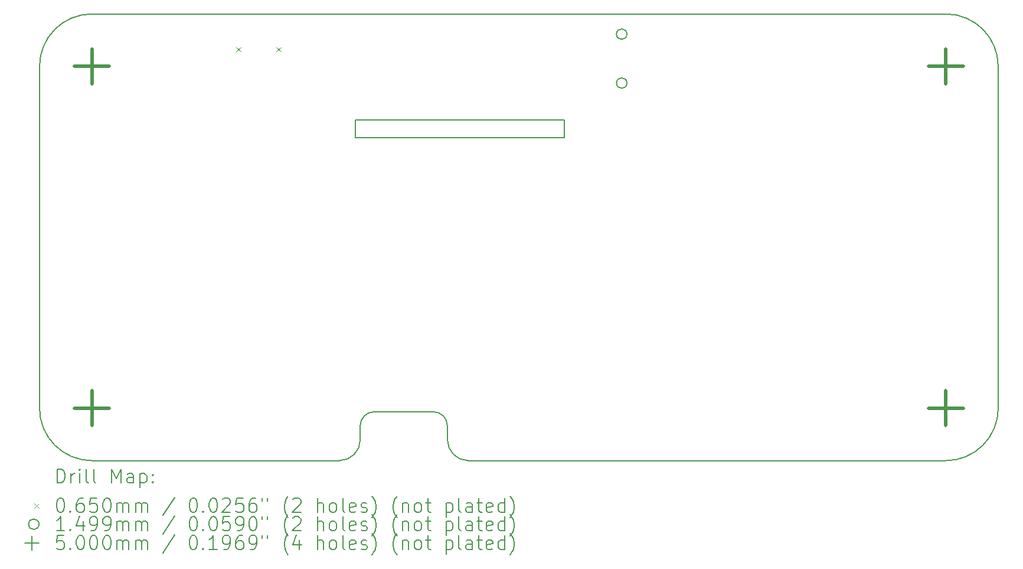
<source format=gbr>
%TF.GenerationSoftware,KiCad,Pcbnew,7.0.9*%
%TF.CreationDate,2024-02-19T16:20:53+08:00*%
%TF.ProjectId,Teeny_girl,5465656e-795f-4676-9972-6c2e6b696361,rev?*%
%TF.SameCoordinates,Original*%
%TF.FileFunction,Drillmap*%
%TF.FilePolarity,Positive*%
%FSLAX45Y45*%
G04 Gerber Fmt 4.5, Leading zero omitted, Abs format (unit mm)*
G04 Created by KiCad (PCBNEW 7.0.9) date 2024-02-19 16:20:53*
%MOMM*%
%LPD*%
G01*
G04 APERTURE LIST*
%ADD10C,0.150000*%
%ADD11C,0.200000*%
%ADD12C,0.100000*%
%ADD13C,0.149860*%
%ADD14C,0.500000*%
G04 APERTURE END LIST*
D10*
X11654500Y-10364190D02*
X11704500Y-10364190D01*
X11704500Y-10364190D02*
G75*
G03*
X12004500Y-10064190I0J300000D01*
G01*
X13254500Y-9864190D02*
G75*
G03*
X13054500Y-9664190I-200000J0D01*
G01*
X7404500Y-4714190D02*
X7404500Y-9614190D01*
X21154500Y-4714190D02*
G75*
G03*
X20404500Y-3964190I-750000J0D01*
G01*
X12004500Y-10064190D02*
X12004500Y-9864190D01*
X8154500Y-3964190D02*
X20404500Y-3964190D01*
X13254500Y-9864190D02*
X13254500Y-10064190D01*
X12204500Y-9664190D02*
X13054500Y-9664190D01*
X8154500Y-3964190D02*
G75*
G03*
X7404500Y-4714190I0J-750000D01*
G01*
X13254500Y-10064190D02*
G75*
G03*
X13554500Y-10364190I300000J0D01*
G01*
X20404500Y-10364190D02*
X13654500Y-10364190D01*
X8154500Y-10364190D02*
X11654500Y-10364190D01*
X12204500Y-9664190D02*
G75*
G03*
X12004500Y-9864190I0J-200000D01*
G01*
X21154500Y-4714190D02*
X21154500Y-9614190D01*
X13654500Y-10364190D02*
X13554500Y-10364190D01*
X7404500Y-9614190D02*
G75*
G03*
X8154500Y-10364190I750000J0D01*
G01*
X20404500Y-10364190D02*
G75*
G03*
X21154500Y-9614190I0J750000D01*
G01*
X14934500Y-5734190D02*
X11934500Y-5734190D01*
X11934500Y-5484190D01*
X14934500Y-5484190D01*
X14934500Y-5734190D01*
D11*
D12*
X10225000Y-4439190D02*
X10290000Y-4504190D01*
X10290000Y-4439190D02*
X10225000Y-4504190D01*
X10803000Y-4439190D02*
X10868000Y-4504190D01*
X10868000Y-4439190D02*
X10803000Y-4504190D01*
D13*
X15829430Y-4253510D02*
G75*
G03*
X15829430Y-4253510I-74930J0D01*
G01*
X15829430Y-4954550D02*
G75*
G03*
X15829430Y-4954550I-74930J0D01*
G01*
D14*
X8154500Y-4464190D02*
X8154500Y-4964190D01*
X7904500Y-4714190D02*
X8404500Y-4714190D01*
X8154500Y-9364190D02*
X8154500Y-9864190D01*
X7904500Y-9614190D02*
X8404500Y-9614190D01*
X20404500Y-4464190D02*
X20404500Y-4964190D01*
X20154500Y-4714190D02*
X20654500Y-4714190D01*
X20404500Y-9364190D02*
X20404500Y-9864190D01*
X20154500Y-9614190D02*
X20654500Y-9614190D01*
D11*
X7657777Y-10683174D02*
X7657777Y-10483174D01*
X7657777Y-10483174D02*
X7705396Y-10483174D01*
X7705396Y-10483174D02*
X7733967Y-10492698D01*
X7733967Y-10492698D02*
X7753015Y-10511745D01*
X7753015Y-10511745D02*
X7762539Y-10530793D01*
X7762539Y-10530793D02*
X7772062Y-10568888D01*
X7772062Y-10568888D02*
X7772062Y-10597460D01*
X7772062Y-10597460D02*
X7762539Y-10635555D01*
X7762539Y-10635555D02*
X7753015Y-10654602D01*
X7753015Y-10654602D02*
X7733967Y-10673650D01*
X7733967Y-10673650D02*
X7705396Y-10683174D01*
X7705396Y-10683174D02*
X7657777Y-10683174D01*
X7857777Y-10683174D02*
X7857777Y-10549840D01*
X7857777Y-10587936D02*
X7867301Y-10568888D01*
X7867301Y-10568888D02*
X7876824Y-10559364D01*
X7876824Y-10559364D02*
X7895872Y-10549840D01*
X7895872Y-10549840D02*
X7914920Y-10549840D01*
X7981586Y-10683174D02*
X7981586Y-10549840D01*
X7981586Y-10483174D02*
X7972062Y-10492698D01*
X7972062Y-10492698D02*
X7981586Y-10502221D01*
X7981586Y-10502221D02*
X7991110Y-10492698D01*
X7991110Y-10492698D02*
X7981586Y-10483174D01*
X7981586Y-10483174D02*
X7981586Y-10502221D01*
X8105396Y-10683174D02*
X8086348Y-10673650D01*
X8086348Y-10673650D02*
X8076824Y-10654602D01*
X8076824Y-10654602D02*
X8076824Y-10483174D01*
X8210158Y-10683174D02*
X8191110Y-10673650D01*
X8191110Y-10673650D02*
X8181586Y-10654602D01*
X8181586Y-10654602D02*
X8181586Y-10483174D01*
X8438729Y-10683174D02*
X8438729Y-10483174D01*
X8438729Y-10483174D02*
X8505396Y-10626031D01*
X8505396Y-10626031D02*
X8572063Y-10483174D01*
X8572063Y-10483174D02*
X8572063Y-10683174D01*
X8753015Y-10683174D02*
X8753015Y-10578412D01*
X8753015Y-10578412D02*
X8743491Y-10559364D01*
X8743491Y-10559364D02*
X8724444Y-10549840D01*
X8724444Y-10549840D02*
X8686348Y-10549840D01*
X8686348Y-10549840D02*
X8667301Y-10559364D01*
X8753015Y-10673650D02*
X8733967Y-10683174D01*
X8733967Y-10683174D02*
X8686348Y-10683174D01*
X8686348Y-10683174D02*
X8667301Y-10673650D01*
X8667301Y-10673650D02*
X8657777Y-10654602D01*
X8657777Y-10654602D02*
X8657777Y-10635555D01*
X8657777Y-10635555D02*
X8667301Y-10616507D01*
X8667301Y-10616507D02*
X8686348Y-10606983D01*
X8686348Y-10606983D02*
X8733967Y-10606983D01*
X8733967Y-10606983D02*
X8753015Y-10597460D01*
X8848253Y-10549840D02*
X8848253Y-10749840D01*
X8848253Y-10559364D02*
X8867301Y-10549840D01*
X8867301Y-10549840D02*
X8905396Y-10549840D01*
X8905396Y-10549840D02*
X8924444Y-10559364D01*
X8924444Y-10559364D02*
X8933967Y-10568888D01*
X8933967Y-10568888D02*
X8943491Y-10587936D01*
X8943491Y-10587936D02*
X8943491Y-10645079D01*
X8943491Y-10645079D02*
X8933967Y-10664126D01*
X8933967Y-10664126D02*
X8924444Y-10673650D01*
X8924444Y-10673650D02*
X8905396Y-10683174D01*
X8905396Y-10683174D02*
X8867301Y-10683174D01*
X8867301Y-10683174D02*
X8848253Y-10673650D01*
X9029205Y-10664126D02*
X9038729Y-10673650D01*
X9038729Y-10673650D02*
X9029205Y-10683174D01*
X9029205Y-10683174D02*
X9019682Y-10673650D01*
X9019682Y-10673650D02*
X9029205Y-10664126D01*
X9029205Y-10664126D02*
X9029205Y-10683174D01*
X9029205Y-10559364D02*
X9038729Y-10568888D01*
X9038729Y-10568888D02*
X9029205Y-10578412D01*
X9029205Y-10578412D02*
X9019682Y-10568888D01*
X9019682Y-10568888D02*
X9029205Y-10559364D01*
X9029205Y-10559364D02*
X9029205Y-10578412D01*
D12*
X7332000Y-10979190D02*
X7397000Y-11044190D01*
X7397000Y-10979190D02*
X7332000Y-11044190D01*
D11*
X7695872Y-10903174D02*
X7714920Y-10903174D01*
X7714920Y-10903174D02*
X7733967Y-10912698D01*
X7733967Y-10912698D02*
X7743491Y-10922221D01*
X7743491Y-10922221D02*
X7753015Y-10941269D01*
X7753015Y-10941269D02*
X7762539Y-10979364D01*
X7762539Y-10979364D02*
X7762539Y-11026983D01*
X7762539Y-11026983D02*
X7753015Y-11065079D01*
X7753015Y-11065079D02*
X7743491Y-11084126D01*
X7743491Y-11084126D02*
X7733967Y-11093650D01*
X7733967Y-11093650D02*
X7714920Y-11103174D01*
X7714920Y-11103174D02*
X7695872Y-11103174D01*
X7695872Y-11103174D02*
X7676824Y-11093650D01*
X7676824Y-11093650D02*
X7667301Y-11084126D01*
X7667301Y-11084126D02*
X7657777Y-11065079D01*
X7657777Y-11065079D02*
X7648253Y-11026983D01*
X7648253Y-11026983D02*
X7648253Y-10979364D01*
X7648253Y-10979364D02*
X7657777Y-10941269D01*
X7657777Y-10941269D02*
X7667301Y-10922221D01*
X7667301Y-10922221D02*
X7676824Y-10912698D01*
X7676824Y-10912698D02*
X7695872Y-10903174D01*
X7848253Y-11084126D02*
X7857777Y-11093650D01*
X7857777Y-11093650D02*
X7848253Y-11103174D01*
X7848253Y-11103174D02*
X7838729Y-11093650D01*
X7838729Y-11093650D02*
X7848253Y-11084126D01*
X7848253Y-11084126D02*
X7848253Y-11103174D01*
X8029205Y-10903174D02*
X7991110Y-10903174D01*
X7991110Y-10903174D02*
X7972062Y-10912698D01*
X7972062Y-10912698D02*
X7962539Y-10922221D01*
X7962539Y-10922221D02*
X7943491Y-10950793D01*
X7943491Y-10950793D02*
X7933967Y-10988888D01*
X7933967Y-10988888D02*
X7933967Y-11065079D01*
X7933967Y-11065079D02*
X7943491Y-11084126D01*
X7943491Y-11084126D02*
X7953015Y-11093650D01*
X7953015Y-11093650D02*
X7972062Y-11103174D01*
X7972062Y-11103174D02*
X8010158Y-11103174D01*
X8010158Y-11103174D02*
X8029205Y-11093650D01*
X8029205Y-11093650D02*
X8038729Y-11084126D01*
X8038729Y-11084126D02*
X8048253Y-11065079D01*
X8048253Y-11065079D02*
X8048253Y-11017460D01*
X8048253Y-11017460D02*
X8038729Y-10998412D01*
X8038729Y-10998412D02*
X8029205Y-10988888D01*
X8029205Y-10988888D02*
X8010158Y-10979364D01*
X8010158Y-10979364D02*
X7972062Y-10979364D01*
X7972062Y-10979364D02*
X7953015Y-10988888D01*
X7953015Y-10988888D02*
X7943491Y-10998412D01*
X7943491Y-10998412D02*
X7933967Y-11017460D01*
X8229205Y-10903174D02*
X8133967Y-10903174D01*
X8133967Y-10903174D02*
X8124443Y-10998412D01*
X8124443Y-10998412D02*
X8133967Y-10988888D01*
X8133967Y-10988888D02*
X8153015Y-10979364D01*
X8153015Y-10979364D02*
X8200634Y-10979364D01*
X8200634Y-10979364D02*
X8219682Y-10988888D01*
X8219682Y-10988888D02*
X8229205Y-10998412D01*
X8229205Y-10998412D02*
X8238729Y-11017460D01*
X8238729Y-11017460D02*
X8238729Y-11065079D01*
X8238729Y-11065079D02*
X8229205Y-11084126D01*
X8229205Y-11084126D02*
X8219682Y-11093650D01*
X8219682Y-11093650D02*
X8200634Y-11103174D01*
X8200634Y-11103174D02*
X8153015Y-11103174D01*
X8153015Y-11103174D02*
X8133967Y-11093650D01*
X8133967Y-11093650D02*
X8124443Y-11084126D01*
X8362539Y-10903174D02*
X8381586Y-10903174D01*
X8381586Y-10903174D02*
X8400634Y-10912698D01*
X8400634Y-10912698D02*
X8410158Y-10922221D01*
X8410158Y-10922221D02*
X8419682Y-10941269D01*
X8419682Y-10941269D02*
X8429205Y-10979364D01*
X8429205Y-10979364D02*
X8429205Y-11026983D01*
X8429205Y-11026983D02*
X8419682Y-11065079D01*
X8419682Y-11065079D02*
X8410158Y-11084126D01*
X8410158Y-11084126D02*
X8400634Y-11093650D01*
X8400634Y-11093650D02*
X8381586Y-11103174D01*
X8381586Y-11103174D02*
X8362539Y-11103174D01*
X8362539Y-11103174D02*
X8343491Y-11093650D01*
X8343491Y-11093650D02*
X8333967Y-11084126D01*
X8333967Y-11084126D02*
X8324443Y-11065079D01*
X8324443Y-11065079D02*
X8314920Y-11026983D01*
X8314920Y-11026983D02*
X8314920Y-10979364D01*
X8314920Y-10979364D02*
X8324443Y-10941269D01*
X8324443Y-10941269D02*
X8333967Y-10922221D01*
X8333967Y-10922221D02*
X8343491Y-10912698D01*
X8343491Y-10912698D02*
X8362539Y-10903174D01*
X8514920Y-11103174D02*
X8514920Y-10969840D01*
X8514920Y-10988888D02*
X8524444Y-10979364D01*
X8524444Y-10979364D02*
X8543491Y-10969840D01*
X8543491Y-10969840D02*
X8572063Y-10969840D01*
X8572063Y-10969840D02*
X8591110Y-10979364D01*
X8591110Y-10979364D02*
X8600634Y-10998412D01*
X8600634Y-10998412D02*
X8600634Y-11103174D01*
X8600634Y-10998412D02*
X8610158Y-10979364D01*
X8610158Y-10979364D02*
X8629205Y-10969840D01*
X8629205Y-10969840D02*
X8657777Y-10969840D01*
X8657777Y-10969840D02*
X8676825Y-10979364D01*
X8676825Y-10979364D02*
X8686348Y-10998412D01*
X8686348Y-10998412D02*
X8686348Y-11103174D01*
X8781586Y-11103174D02*
X8781586Y-10969840D01*
X8781586Y-10988888D02*
X8791110Y-10979364D01*
X8791110Y-10979364D02*
X8810158Y-10969840D01*
X8810158Y-10969840D02*
X8838729Y-10969840D01*
X8838729Y-10969840D02*
X8857777Y-10979364D01*
X8857777Y-10979364D02*
X8867301Y-10998412D01*
X8867301Y-10998412D02*
X8867301Y-11103174D01*
X8867301Y-10998412D02*
X8876825Y-10979364D01*
X8876825Y-10979364D02*
X8895872Y-10969840D01*
X8895872Y-10969840D02*
X8924444Y-10969840D01*
X8924444Y-10969840D02*
X8943491Y-10979364D01*
X8943491Y-10979364D02*
X8953015Y-10998412D01*
X8953015Y-10998412D02*
X8953015Y-11103174D01*
X9343491Y-10893650D02*
X9172063Y-11150793D01*
X9600634Y-10903174D02*
X9619682Y-10903174D01*
X9619682Y-10903174D02*
X9638729Y-10912698D01*
X9638729Y-10912698D02*
X9648253Y-10922221D01*
X9648253Y-10922221D02*
X9657777Y-10941269D01*
X9657777Y-10941269D02*
X9667301Y-10979364D01*
X9667301Y-10979364D02*
X9667301Y-11026983D01*
X9667301Y-11026983D02*
X9657777Y-11065079D01*
X9657777Y-11065079D02*
X9648253Y-11084126D01*
X9648253Y-11084126D02*
X9638729Y-11093650D01*
X9638729Y-11093650D02*
X9619682Y-11103174D01*
X9619682Y-11103174D02*
X9600634Y-11103174D01*
X9600634Y-11103174D02*
X9581587Y-11093650D01*
X9581587Y-11093650D02*
X9572063Y-11084126D01*
X9572063Y-11084126D02*
X9562539Y-11065079D01*
X9562539Y-11065079D02*
X9553015Y-11026983D01*
X9553015Y-11026983D02*
X9553015Y-10979364D01*
X9553015Y-10979364D02*
X9562539Y-10941269D01*
X9562539Y-10941269D02*
X9572063Y-10922221D01*
X9572063Y-10922221D02*
X9581587Y-10912698D01*
X9581587Y-10912698D02*
X9600634Y-10903174D01*
X9753015Y-11084126D02*
X9762539Y-11093650D01*
X9762539Y-11093650D02*
X9753015Y-11103174D01*
X9753015Y-11103174D02*
X9743491Y-11093650D01*
X9743491Y-11093650D02*
X9753015Y-11084126D01*
X9753015Y-11084126D02*
X9753015Y-11103174D01*
X9886348Y-10903174D02*
X9905396Y-10903174D01*
X9905396Y-10903174D02*
X9924444Y-10912698D01*
X9924444Y-10912698D02*
X9933968Y-10922221D01*
X9933968Y-10922221D02*
X9943491Y-10941269D01*
X9943491Y-10941269D02*
X9953015Y-10979364D01*
X9953015Y-10979364D02*
X9953015Y-11026983D01*
X9953015Y-11026983D02*
X9943491Y-11065079D01*
X9943491Y-11065079D02*
X9933968Y-11084126D01*
X9933968Y-11084126D02*
X9924444Y-11093650D01*
X9924444Y-11093650D02*
X9905396Y-11103174D01*
X9905396Y-11103174D02*
X9886348Y-11103174D01*
X9886348Y-11103174D02*
X9867301Y-11093650D01*
X9867301Y-11093650D02*
X9857777Y-11084126D01*
X9857777Y-11084126D02*
X9848253Y-11065079D01*
X9848253Y-11065079D02*
X9838729Y-11026983D01*
X9838729Y-11026983D02*
X9838729Y-10979364D01*
X9838729Y-10979364D02*
X9848253Y-10941269D01*
X9848253Y-10941269D02*
X9857777Y-10922221D01*
X9857777Y-10922221D02*
X9867301Y-10912698D01*
X9867301Y-10912698D02*
X9886348Y-10903174D01*
X10029206Y-10922221D02*
X10038729Y-10912698D01*
X10038729Y-10912698D02*
X10057777Y-10903174D01*
X10057777Y-10903174D02*
X10105396Y-10903174D01*
X10105396Y-10903174D02*
X10124444Y-10912698D01*
X10124444Y-10912698D02*
X10133968Y-10922221D01*
X10133968Y-10922221D02*
X10143491Y-10941269D01*
X10143491Y-10941269D02*
X10143491Y-10960317D01*
X10143491Y-10960317D02*
X10133968Y-10988888D01*
X10133968Y-10988888D02*
X10019682Y-11103174D01*
X10019682Y-11103174D02*
X10143491Y-11103174D01*
X10324444Y-10903174D02*
X10229206Y-10903174D01*
X10229206Y-10903174D02*
X10219682Y-10998412D01*
X10219682Y-10998412D02*
X10229206Y-10988888D01*
X10229206Y-10988888D02*
X10248253Y-10979364D01*
X10248253Y-10979364D02*
X10295872Y-10979364D01*
X10295872Y-10979364D02*
X10314920Y-10988888D01*
X10314920Y-10988888D02*
X10324444Y-10998412D01*
X10324444Y-10998412D02*
X10333968Y-11017460D01*
X10333968Y-11017460D02*
X10333968Y-11065079D01*
X10333968Y-11065079D02*
X10324444Y-11084126D01*
X10324444Y-11084126D02*
X10314920Y-11093650D01*
X10314920Y-11093650D02*
X10295872Y-11103174D01*
X10295872Y-11103174D02*
X10248253Y-11103174D01*
X10248253Y-11103174D02*
X10229206Y-11093650D01*
X10229206Y-11093650D02*
X10219682Y-11084126D01*
X10505396Y-10903174D02*
X10467301Y-10903174D01*
X10467301Y-10903174D02*
X10448253Y-10912698D01*
X10448253Y-10912698D02*
X10438729Y-10922221D01*
X10438729Y-10922221D02*
X10419682Y-10950793D01*
X10419682Y-10950793D02*
X10410158Y-10988888D01*
X10410158Y-10988888D02*
X10410158Y-11065079D01*
X10410158Y-11065079D02*
X10419682Y-11084126D01*
X10419682Y-11084126D02*
X10429206Y-11093650D01*
X10429206Y-11093650D02*
X10448253Y-11103174D01*
X10448253Y-11103174D02*
X10486349Y-11103174D01*
X10486349Y-11103174D02*
X10505396Y-11093650D01*
X10505396Y-11093650D02*
X10514920Y-11084126D01*
X10514920Y-11084126D02*
X10524444Y-11065079D01*
X10524444Y-11065079D02*
X10524444Y-11017460D01*
X10524444Y-11017460D02*
X10514920Y-10998412D01*
X10514920Y-10998412D02*
X10505396Y-10988888D01*
X10505396Y-10988888D02*
X10486349Y-10979364D01*
X10486349Y-10979364D02*
X10448253Y-10979364D01*
X10448253Y-10979364D02*
X10429206Y-10988888D01*
X10429206Y-10988888D02*
X10419682Y-10998412D01*
X10419682Y-10998412D02*
X10410158Y-11017460D01*
X10600634Y-10903174D02*
X10600634Y-10941269D01*
X10676825Y-10903174D02*
X10676825Y-10941269D01*
X10972063Y-11179364D02*
X10962539Y-11169840D01*
X10962539Y-11169840D02*
X10943491Y-11141269D01*
X10943491Y-11141269D02*
X10933968Y-11122221D01*
X10933968Y-11122221D02*
X10924444Y-11093650D01*
X10924444Y-11093650D02*
X10914920Y-11046031D01*
X10914920Y-11046031D02*
X10914920Y-11007936D01*
X10914920Y-11007936D02*
X10924444Y-10960317D01*
X10924444Y-10960317D02*
X10933968Y-10931745D01*
X10933968Y-10931745D02*
X10943491Y-10912698D01*
X10943491Y-10912698D02*
X10962539Y-10884126D01*
X10962539Y-10884126D02*
X10972063Y-10874602D01*
X11038730Y-10922221D02*
X11048253Y-10912698D01*
X11048253Y-10912698D02*
X11067301Y-10903174D01*
X11067301Y-10903174D02*
X11114920Y-10903174D01*
X11114920Y-10903174D02*
X11133968Y-10912698D01*
X11133968Y-10912698D02*
X11143491Y-10922221D01*
X11143491Y-10922221D02*
X11153015Y-10941269D01*
X11153015Y-10941269D02*
X11153015Y-10960317D01*
X11153015Y-10960317D02*
X11143491Y-10988888D01*
X11143491Y-10988888D02*
X11029206Y-11103174D01*
X11029206Y-11103174D02*
X11153015Y-11103174D01*
X11391110Y-11103174D02*
X11391110Y-10903174D01*
X11476825Y-11103174D02*
X11476825Y-10998412D01*
X11476825Y-10998412D02*
X11467301Y-10979364D01*
X11467301Y-10979364D02*
X11448253Y-10969840D01*
X11448253Y-10969840D02*
X11419682Y-10969840D01*
X11419682Y-10969840D02*
X11400634Y-10979364D01*
X11400634Y-10979364D02*
X11391110Y-10988888D01*
X11600634Y-11103174D02*
X11581587Y-11093650D01*
X11581587Y-11093650D02*
X11572063Y-11084126D01*
X11572063Y-11084126D02*
X11562539Y-11065079D01*
X11562539Y-11065079D02*
X11562539Y-11007936D01*
X11562539Y-11007936D02*
X11572063Y-10988888D01*
X11572063Y-10988888D02*
X11581587Y-10979364D01*
X11581587Y-10979364D02*
X11600634Y-10969840D01*
X11600634Y-10969840D02*
X11629206Y-10969840D01*
X11629206Y-10969840D02*
X11648253Y-10979364D01*
X11648253Y-10979364D02*
X11657777Y-10988888D01*
X11657777Y-10988888D02*
X11667301Y-11007936D01*
X11667301Y-11007936D02*
X11667301Y-11065079D01*
X11667301Y-11065079D02*
X11657777Y-11084126D01*
X11657777Y-11084126D02*
X11648253Y-11093650D01*
X11648253Y-11093650D02*
X11629206Y-11103174D01*
X11629206Y-11103174D02*
X11600634Y-11103174D01*
X11781587Y-11103174D02*
X11762539Y-11093650D01*
X11762539Y-11093650D02*
X11753015Y-11074602D01*
X11753015Y-11074602D02*
X11753015Y-10903174D01*
X11933968Y-11093650D02*
X11914920Y-11103174D01*
X11914920Y-11103174D02*
X11876825Y-11103174D01*
X11876825Y-11103174D02*
X11857777Y-11093650D01*
X11857777Y-11093650D02*
X11848253Y-11074602D01*
X11848253Y-11074602D02*
X11848253Y-10998412D01*
X11848253Y-10998412D02*
X11857777Y-10979364D01*
X11857777Y-10979364D02*
X11876825Y-10969840D01*
X11876825Y-10969840D02*
X11914920Y-10969840D01*
X11914920Y-10969840D02*
X11933968Y-10979364D01*
X11933968Y-10979364D02*
X11943491Y-10998412D01*
X11943491Y-10998412D02*
X11943491Y-11017460D01*
X11943491Y-11017460D02*
X11848253Y-11036507D01*
X12019682Y-11093650D02*
X12038730Y-11103174D01*
X12038730Y-11103174D02*
X12076825Y-11103174D01*
X12076825Y-11103174D02*
X12095872Y-11093650D01*
X12095872Y-11093650D02*
X12105396Y-11074602D01*
X12105396Y-11074602D02*
X12105396Y-11065079D01*
X12105396Y-11065079D02*
X12095872Y-11046031D01*
X12095872Y-11046031D02*
X12076825Y-11036507D01*
X12076825Y-11036507D02*
X12048253Y-11036507D01*
X12048253Y-11036507D02*
X12029206Y-11026983D01*
X12029206Y-11026983D02*
X12019682Y-11007936D01*
X12019682Y-11007936D02*
X12019682Y-10998412D01*
X12019682Y-10998412D02*
X12029206Y-10979364D01*
X12029206Y-10979364D02*
X12048253Y-10969840D01*
X12048253Y-10969840D02*
X12076825Y-10969840D01*
X12076825Y-10969840D02*
X12095872Y-10979364D01*
X12172063Y-11179364D02*
X12181587Y-11169840D01*
X12181587Y-11169840D02*
X12200634Y-11141269D01*
X12200634Y-11141269D02*
X12210158Y-11122221D01*
X12210158Y-11122221D02*
X12219682Y-11093650D01*
X12219682Y-11093650D02*
X12229206Y-11046031D01*
X12229206Y-11046031D02*
X12229206Y-11007936D01*
X12229206Y-11007936D02*
X12219682Y-10960317D01*
X12219682Y-10960317D02*
X12210158Y-10931745D01*
X12210158Y-10931745D02*
X12200634Y-10912698D01*
X12200634Y-10912698D02*
X12181587Y-10884126D01*
X12181587Y-10884126D02*
X12172063Y-10874602D01*
X12533968Y-11179364D02*
X12524444Y-11169840D01*
X12524444Y-11169840D02*
X12505396Y-11141269D01*
X12505396Y-11141269D02*
X12495872Y-11122221D01*
X12495872Y-11122221D02*
X12486349Y-11093650D01*
X12486349Y-11093650D02*
X12476825Y-11046031D01*
X12476825Y-11046031D02*
X12476825Y-11007936D01*
X12476825Y-11007936D02*
X12486349Y-10960317D01*
X12486349Y-10960317D02*
X12495872Y-10931745D01*
X12495872Y-10931745D02*
X12505396Y-10912698D01*
X12505396Y-10912698D02*
X12524444Y-10884126D01*
X12524444Y-10884126D02*
X12533968Y-10874602D01*
X12610158Y-10969840D02*
X12610158Y-11103174D01*
X12610158Y-10988888D02*
X12619682Y-10979364D01*
X12619682Y-10979364D02*
X12638730Y-10969840D01*
X12638730Y-10969840D02*
X12667301Y-10969840D01*
X12667301Y-10969840D02*
X12686349Y-10979364D01*
X12686349Y-10979364D02*
X12695872Y-10998412D01*
X12695872Y-10998412D02*
X12695872Y-11103174D01*
X12819682Y-11103174D02*
X12800634Y-11093650D01*
X12800634Y-11093650D02*
X12791111Y-11084126D01*
X12791111Y-11084126D02*
X12781587Y-11065079D01*
X12781587Y-11065079D02*
X12781587Y-11007936D01*
X12781587Y-11007936D02*
X12791111Y-10988888D01*
X12791111Y-10988888D02*
X12800634Y-10979364D01*
X12800634Y-10979364D02*
X12819682Y-10969840D01*
X12819682Y-10969840D02*
X12848253Y-10969840D01*
X12848253Y-10969840D02*
X12867301Y-10979364D01*
X12867301Y-10979364D02*
X12876825Y-10988888D01*
X12876825Y-10988888D02*
X12886349Y-11007936D01*
X12886349Y-11007936D02*
X12886349Y-11065079D01*
X12886349Y-11065079D02*
X12876825Y-11084126D01*
X12876825Y-11084126D02*
X12867301Y-11093650D01*
X12867301Y-11093650D02*
X12848253Y-11103174D01*
X12848253Y-11103174D02*
X12819682Y-11103174D01*
X12943492Y-10969840D02*
X13019682Y-10969840D01*
X12972063Y-10903174D02*
X12972063Y-11074602D01*
X12972063Y-11074602D02*
X12981587Y-11093650D01*
X12981587Y-11093650D02*
X13000634Y-11103174D01*
X13000634Y-11103174D02*
X13019682Y-11103174D01*
X13238730Y-10969840D02*
X13238730Y-11169840D01*
X13238730Y-10979364D02*
X13257777Y-10969840D01*
X13257777Y-10969840D02*
X13295873Y-10969840D01*
X13295873Y-10969840D02*
X13314920Y-10979364D01*
X13314920Y-10979364D02*
X13324444Y-10988888D01*
X13324444Y-10988888D02*
X13333968Y-11007936D01*
X13333968Y-11007936D02*
X13333968Y-11065079D01*
X13333968Y-11065079D02*
X13324444Y-11084126D01*
X13324444Y-11084126D02*
X13314920Y-11093650D01*
X13314920Y-11093650D02*
X13295873Y-11103174D01*
X13295873Y-11103174D02*
X13257777Y-11103174D01*
X13257777Y-11103174D02*
X13238730Y-11093650D01*
X13448253Y-11103174D02*
X13429206Y-11093650D01*
X13429206Y-11093650D02*
X13419682Y-11074602D01*
X13419682Y-11074602D02*
X13419682Y-10903174D01*
X13610158Y-11103174D02*
X13610158Y-10998412D01*
X13610158Y-10998412D02*
X13600634Y-10979364D01*
X13600634Y-10979364D02*
X13581587Y-10969840D01*
X13581587Y-10969840D02*
X13543492Y-10969840D01*
X13543492Y-10969840D02*
X13524444Y-10979364D01*
X13610158Y-11093650D02*
X13591111Y-11103174D01*
X13591111Y-11103174D02*
X13543492Y-11103174D01*
X13543492Y-11103174D02*
X13524444Y-11093650D01*
X13524444Y-11093650D02*
X13514920Y-11074602D01*
X13514920Y-11074602D02*
X13514920Y-11055555D01*
X13514920Y-11055555D02*
X13524444Y-11036507D01*
X13524444Y-11036507D02*
X13543492Y-11026983D01*
X13543492Y-11026983D02*
X13591111Y-11026983D01*
X13591111Y-11026983D02*
X13610158Y-11017460D01*
X13676825Y-10969840D02*
X13753015Y-10969840D01*
X13705396Y-10903174D02*
X13705396Y-11074602D01*
X13705396Y-11074602D02*
X13714920Y-11093650D01*
X13714920Y-11093650D02*
X13733968Y-11103174D01*
X13733968Y-11103174D02*
X13753015Y-11103174D01*
X13895873Y-11093650D02*
X13876825Y-11103174D01*
X13876825Y-11103174D02*
X13838730Y-11103174D01*
X13838730Y-11103174D02*
X13819682Y-11093650D01*
X13819682Y-11093650D02*
X13810158Y-11074602D01*
X13810158Y-11074602D02*
X13810158Y-10998412D01*
X13810158Y-10998412D02*
X13819682Y-10979364D01*
X13819682Y-10979364D02*
X13838730Y-10969840D01*
X13838730Y-10969840D02*
X13876825Y-10969840D01*
X13876825Y-10969840D02*
X13895873Y-10979364D01*
X13895873Y-10979364D02*
X13905396Y-10998412D01*
X13905396Y-10998412D02*
X13905396Y-11017460D01*
X13905396Y-11017460D02*
X13810158Y-11036507D01*
X14076825Y-11103174D02*
X14076825Y-10903174D01*
X14076825Y-11093650D02*
X14057777Y-11103174D01*
X14057777Y-11103174D02*
X14019682Y-11103174D01*
X14019682Y-11103174D02*
X14000634Y-11093650D01*
X14000634Y-11093650D02*
X13991111Y-11084126D01*
X13991111Y-11084126D02*
X13981587Y-11065079D01*
X13981587Y-11065079D02*
X13981587Y-11007936D01*
X13981587Y-11007936D02*
X13991111Y-10988888D01*
X13991111Y-10988888D02*
X14000634Y-10979364D01*
X14000634Y-10979364D02*
X14019682Y-10969840D01*
X14019682Y-10969840D02*
X14057777Y-10969840D01*
X14057777Y-10969840D02*
X14076825Y-10979364D01*
X14153015Y-11179364D02*
X14162539Y-11169840D01*
X14162539Y-11169840D02*
X14181587Y-11141269D01*
X14181587Y-11141269D02*
X14191111Y-11122221D01*
X14191111Y-11122221D02*
X14200634Y-11093650D01*
X14200634Y-11093650D02*
X14210158Y-11046031D01*
X14210158Y-11046031D02*
X14210158Y-11007936D01*
X14210158Y-11007936D02*
X14200634Y-10960317D01*
X14200634Y-10960317D02*
X14191111Y-10931745D01*
X14191111Y-10931745D02*
X14181587Y-10912698D01*
X14181587Y-10912698D02*
X14162539Y-10884126D01*
X14162539Y-10884126D02*
X14153015Y-10874602D01*
D13*
X7397000Y-11275690D02*
G75*
G03*
X7397000Y-11275690I-74930J0D01*
G01*
D11*
X7762539Y-11367174D02*
X7648253Y-11367174D01*
X7705396Y-11367174D02*
X7705396Y-11167174D01*
X7705396Y-11167174D02*
X7686348Y-11195745D01*
X7686348Y-11195745D02*
X7667301Y-11214793D01*
X7667301Y-11214793D02*
X7648253Y-11224317D01*
X7848253Y-11348126D02*
X7857777Y-11357650D01*
X7857777Y-11357650D02*
X7848253Y-11367174D01*
X7848253Y-11367174D02*
X7838729Y-11357650D01*
X7838729Y-11357650D02*
X7848253Y-11348126D01*
X7848253Y-11348126D02*
X7848253Y-11367174D01*
X8029205Y-11233840D02*
X8029205Y-11367174D01*
X7981586Y-11157650D02*
X7933967Y-11300507D01*
X7933967Y-11300507D02*
X8057777Y-11300507D01*
X8143491Y-11367174D02*
X8181586Y-11367174D01*
X8181586Y-11367174D02*
X8200634Y-11357650D01*
X8200634Y-11357650D02*
X8210158Y-11348126D01*
X8210158Y-11348126D02*
X8229205Y-11319555D01*
X8229205Y-11319555D02*
X8238729Y-11281459D01*
X8238729Y-11281459D02*
X8238729Y-11205269D01*
X8238729Y-11205269D02*
X8229205Y-11186221D01*
X8229205Y-11186221D02*
X8219682Y-11176698D01*
X8219682Y-11176698D02*
X8200634Y-11167174D01*
X8200634Y-11167174D02*
X8162539Y-11167174D01*
X8162539Y-11167174D02*
X8143491Y-11176698D01*
X8143491Y-11176698D02*
X8133967Y-11186221D01*
X8133967Y-11186221D02*
X8124443Y-11205269D01*
X8124443Y-11205269D02*
X8124443Y-11252888D01*
X8124443Y-11252888D02*
X8133967Y-11271936D01*
X8133967Y-11271936D02*
X8143491Y-11281459D01*
X8143491Y-11281459D02*
X8162539Y-11290983D01*
X8162539Y-11290983D02*
X8200634Y-11290983D01*
X8200634Y-11290983D02*
X8219682Y-11281459D01*
X8219682Y-11281459D02*
X8229205Y-11271936D01*
X8229205Y-11271936D02*
X8238729Y-11252888D01*
X8333967Y-11367174D02*
X8372062Y-11367174D01*
X8372062Y-11367174D02*
X8391110Y-11357650D01*
X8391110Y-11357650D02*
X8400634Y-11348126D01*
X8400634Y-11348126D02*
X8419682Y-11319555D01*
X8419682Y-11319555D02*
X8429205Y-11281459D01*
X8429205Y-11281459D02*
X8429205Y-11205269D01*
X8429205Y-11205269D02*
X8419682Y-11186221D01*
X8419682Y-11186221D02*
X8410158Y-11176698D01*
X8410158Y-11176698D02*
X8391110Y-11167174D01*
X8391110Y-11167174D02*
X8353015Y-11167174D01*
X8353015Y-11167174D02*
X8333967Y-11176698D01*
X8333967Y-11176698D02*
X8324443Y-11186221D01*
X8324443Y-11186221D02*
X8314920Y-11205269D01*
X8314920Y-11205269D02*
X8314920Y-11252888D01*
X8314920Y-11252888D02*
X8324443Y-11271936D01*
X8324443Y-11271936D02*
X8333967Y-11281459D01*
X8333967Y-11281459D02*
X8353015Y-11290983D01*
X8353015Y-11290983D02*
X8391110Y-11290983D01*
X8391110Y-11290983D02*
X8410158Y-11281459D01*
X8410158Y-11281459D02*
X8419682Y-11271936D01*
X8419682Y-11271936D02*
X8429205Y-11252888D01*
X8514920Y-11367174D02*
X8514920Y-11233840D01*
X8514920Y-11252888D02*
X8524444Y-11243364D01*
X8524444Y-11243364D02*
X8543491Y-11233840D01*
X8543491Y-11233840D02*
X8572063Y-11233840D01*
X8572063Y-11233840D02*
X8591110Y-11243364D01*
X8591110Y-11243364D02*
X8600634Y-11262412D01*
X8600634Y-11262412D02*
X8600634Y-11367174D01*
X8600634Y-11262412D02*
X8610158Y-11243364D01*
X8610158Y-11243364D02*
X8629205Y-11233840D01*
X8629205Y-11233840D02*
X8657777Y-11233840D01*
X8657777Y-11233840D02*
X8676825Y-11243364D01*
X8676825Y-11243364D02*
X8686348Y-11262412D01*
X8686348Y-11262412D02*
X8686348Y-11367174D01*
X8781586Y-11367174D02*
X8781586Y-11233840D01*
X8781586Y-11252888D02*
X8791110Y-11243364D01*
X8791110Y-11243364D02*
X8810158Y-11233840D01*
X8810158Y-11233840D02*
X8838729Y-11233840D01*
X8838729Y-11233840D02*
X8857777Y-11243364D01*
X8857777Y-11243364D02*
X8867301Y-11262412D01*
X8867301Y-11262412D02*
X8867301Y-11367174D01*
X8867301Y-11262412D02*
X8876825Y-11243364D01*
X8876825Y-11243364D02*
X8895872Y-11233840D01*
X8895872Y-11233840D02*
X8924444Y-11233840D01*
X8924444Y-11233840D02*
X8943491Y-11243364D01*
X8943491Y-11243364D02*
X8953015Y-11262412D01*
X8953015Y-11262412D02*
X8953015Y-11367174D01*
X9343491Y-11157650D02*
X9172063Y-11414793D01*
X9600634Y-11167174D02*
X9619682Y-11167174D01*
X9619682Y-11167174D02*
X9638729Y-11176698D01*
X9638729Y-11176698D02*
X9648253Y-11186221D01*
X9648253Y-11186221D02*
X9657777Y-11205269D01*
X9657777Y-11205269D02*
X9667301Y-11243364D01*
X9667301Y-11243364D02*
X9667301Y-11290983D01*
X9667301Y-11290983D02*
X9657777Y-11329078D01*
X9657777Y-11329078D02*
X9648253Y-11348126D01*
X9648253Y-11348126D02*
X9638729Y-11357650D01*
X9638729Y-11357650D02*
X9619682Y-11367174D01*
X9619682Y-11367174D02*
X9600634Y-11367174D01*
X9600634Y-11367174D02*
X9581587Y-11357650D01*
X9581587Y-11357650D02*
X9572063Y-11348126D01*
X9572063Y-11348126D02*
X9562539Y-11329078D01*
X9562539Y-11329078D02*
X9553015Y-11290983D01*
X9553015Y-11290983D02*
X9553015Y-11243364D01*
X9553015Y-11243364D02*
X9562539Y-11205269D01*
X9562539Y-11205269D02*
X9572063Y-11186221D01*
X9572063Y-11186221D02*
X9581587Y-11176698D01*
X9581587Y-11176698D02*
X9600634Y-11167174D01*
X9753015Y-11348126D02*
X9762539Y-11357650D01*
X9762539Y-11357650D02*
X9753015Y-11367174D01*
X9753015Y-11367174D02*
X9743491Y-11357650D01*
X9743491Y-11357650D02*
X9753015Y-11348126D01*
X9753015Y-11348126D02*
X9753015Y-11367174D01*
X9886348Y-11167174D02*
X9905396Y-11167174D01*
X9905396Y-11167174D02*
X9924444Y-11176698D01*
X9924444Y-11176698D02*
X9933968Y-11186221D01*
X9933968Y-11186221D02*
X9943491Y-11205269D01*
X9943491Y-11205269D02*
X9953015Y-11243364D01*
X9953015Y-11243364D02*
X9953015Y-11290983D01*
X9953015Y-11290983D02*
X9943491Y-11329078D01*
X9943491Y-11329078D02*
X9933968Y-11348126D01*
X9933968Y-11348126D02*
X9924444Y-11357650D01*
X9924444Y-11357650D02*
X9905396Y-11367174D01*
X9905396Y-11367174D02*
X9886348Y-11367174D01*
X9886348Y-11367174D02*
X9867301Y-11357650D01*
X9867301Y-11357650D02*
X9857777Y-11348126D01*
X9857777Y-11348126D02*
X9848253Y-11329078D01*
X9848253Y-11329078D02*
X9838729Y-11290983D01*
X9838729Y-11290983D02*
X9838729Y-11243364D01*
X9838729Y-11243364D02*
X9848253Y-11205269D01*
X9848253Y-11205269D02*
X9857777Y-11186221D01*
X9857777Y-11186221D02*
X9867301Y-11176698D01*
X9867301Y-11176698D02*
X9886348Y-11167174D01*
X10133968Y-11167174D02*
X10038729Y-11167174D01*
X10038729Y-11167174D02*
X10029206Y-11262412D01*
X10029206Y-11262412D02*
X10038729Y-11252888D01*
X10038729Y-11252888D02*
X10057777Y-11243364D01*
X10057777Y-11243364D02*
X10105396Y-11243364D01*
X10105396Y-11243364D02*
X10124444Y-11252888D01*
X10124444Y-11252888D02*
X10133968Y-11262412D01*
X10133968Y-11262412D02*
X10143491Y-11281459D01*
X10143491Y-11281459D02*
X10143491Y-11329078D01*
X10143491Y-11329078D02*
X10133968Y-11348126D01*
X10133968Y-11348126D02*
X10124444Y-11357650D01*
X10124444Y-11357650D02*
X10105396Y-11367174D01*
X10105396Y-11367174D02*
X10057777Y-11367174D01*
X10057777Y-11367174D02*
X10038729Y-11357650D01*
X10038729Y-11357650D02*
X10029206Y-11348126D01*
X10238729Y-11367174D02*
X10276825Y-11367174D01*
X10276825Y-11367174D02*
X10295872Y-11357650D01*
X10295872Y-11357650D02*
X10305396Y-11348126D01*
X10305396Y-11348126D02*
X10324444Y-11319555D01*
X10324444Y-11319555D02*
X10333968Y-11281459D01*
X10333968Y-11281459D02*
X10333968Y-11205269D01*
X10333968Y-11205269D02*
X10324444Y-11186221D01*
X10324444Y-11186221D02*
X10314920Y-11176698D01*
X10314920Y-11176698D02*
X10295872Y-11167174D01*
X10295872Y-11167174D02*
X10257777Y-11167174D01*
X10257777Y-11167174D02*
X10238729Y-11176698D01*
X10238729Y-11176698D02*
X10229206Y-11186221D01*
X10229206Y-11186221D02*
X10219682Y-11205269D01*
X10219682Y-11205269D02*
X10219682Y-11252888D01*
X10219682Y-11252888D02*
X10229206Y-11271936D01*
X10229206Y-11271936D02*
X10238729Y-11281459D01*
X10238729Y-11281459D02*
X10257777Y-11290983D01*
X10257777Y-11290983D02*
X10295872Y-11290983D01*
X10295872Y-11290983D02*
X10314920Y-11281459D01*
X10314920Y-11281459D02*
X10324444Y-11271936D01*
X10324444Y-11271936D02*
X10333968Y-11252888D01*
X10457777Y-11167174D02*
X10476825Y-11167174D01*
X10476825Y-11167174D02*
X10495872Y-11176698D01*
X10495872Y-11176698D02*
X10505396Y-11186221D01*
X10505396Y-11186221D02*
X10514920Y-11205269D01*
X10514920Y-11205269D02*
X10524444Y-11243364D01*
X10524444Y-11243364D02*
X10524444Y-11290983D01*
X10524444Y-11290983D02*
X10514920Y-11329078D01*
X10514920Y-11329078D02*
X10505396Y-11348126D01*
X10505396Y-11348126D02*
X10495872Y-11357650D01*
X10495872Y-11357650D02*
X10476825Y-11367174D01*
X10476825Y-11367174D02*
X10457777Y-11367174D01*
X10457777Y-11367174D02*
X10438729Y-11357650D01*
X10438729Y-11357650D02*
X10429206Y-11348126D01*
X10429206Y-11348126D02*
X10419682Y-11329078D01*
X10419682Y-11329078D02*
X10410158Y-11290983D01*
X10410158Y-11290983D02*
X10410158Y-11243364D01*
X10410158Y-11243364D02*
X10419682Y-11205269D01*
X10419682Y-11205269D02*
X10429206Y-11186221D01*
X10429206Y-11186221D02*
X10438729Y-11176698D01*
X10438729Y-11176698D02*
X10457777Y-11167174D01*
X10600634Y-11167174D02*
X10600634Y-11205269D01*
X10676825Y-11167174D02*
X10676825Y-11205269D01*
X10972063Y-11443364D02*
X10962539Y-11433840D01*
X10962539Y-11433840D02*
X10943491Y-11405269D01*
X10943491Y-11405269D02*
X10933968Y-11386221D01*
X10933968Y-11386221D02*
X10924444Y-11357650D01*
X10924444Y-11357650D02*
X10914920Y-11310031D01*
X10914920Y-11310031D02*
X10914920Y-11271936D01*
X10914920Y-11271936D02*
X10924444Y-11224317D01*
X10924444Y-11224317D02*
X10933968Y-11195745D01*
X10933968Y-11195745D02*
X10943491Y-11176698D01*
X10943491Y-11176698D02*
X10962539Y-11148126D01*
X10962539Y-11148126D02*
X10972063Y-11138602D01*
X11038730Y-11186221D02*
X11048253Y-11176698D01*
X11048253Y-11176698D02*
X11067301Y-11167174D01*
X11067301Y-11167174D02*
X11114920Y-11167174D01*
X11114920Y-11167174D02*
X11133968Y-11176698D01*
X11133968Y-11176698D02*
X11143491Y-11186221D01*
X11143491Y-11186221D02*
X11153015Y-11205269D01*
X11153015Y-11205269D02*
X11153015Y-11224317D01*
X11153015Y-11224317D02*
X11143491Y-11252888D01*
X11143491Y-11252888D02*
X11029206Y-11367174D01*
X11029206Y-11367174D02*
X11153015Y-11367174D01*
X11391110Y-11367174D02*
X11391110Y-11167174D01*
X11476825Y-11367174D02*
X11476825Y-11262412D01*
X11476825Y-11262412D02*
X11467301Y-11243364D01*
X11467301Y-11243364D02*
X11448253Y-11233840D01*
X11448253Y-11233840D02*
X11419682Y-11233840D01*
X11419682Y-11233840D02*
X11400634Y-11243364D01*
X11400634Y-11243364D02*
X11391110Y-11252888D01*
X11600634Y-11367174D02*
X11581587Y-11357650D01*
X11581587Y-11357650D02*
X11572063Y-11348126D01*
X11572063Y-11348126D02*
X11562539Y-11329078D01*
X11562539Y-11329078D02*
X11562539Y-11271936D01*
X11562539Y-11271936D02*
X11572063Y-11252888D01*
X11572063Y-11252888D02*
X11581587Y-11243364D01*
X11581587Y-11243364D02*
X11600634Y-11233840D01*
X11600634Y-11233840D02*
X11629206Y-11233840D01*
X11629206Y-11233840D02*
X11648253Y-11243364D01*
X11648253Y-11243364D02*
X11657777Y-11252888D01*
X11657777Y-11252888D02*
X11667301Y-11271936D01*
X11667301Y-11271936D02*
X11667301Y-11329078D01*
X11667301Y-11329078D02*
X11657777Y-11348126D01*
X11657777Y-11348126D02*
X11648253Y-11357650D01*
X11648253Y-11357650D02*
X11629206Y-11367174D01*
X11629206Y-11367174D02*
X11600634Y-11367174D01*
X11781587Y-11367174D02*
X11762539Y-11357650D01*
X11762539Y-11357650D02*
X11753015Y-11338602D01*
X11753015Y-11338602D02*
X11753015Y-11167174D01*
X11933968Y-11357650D02*
X11914920Y-11367174D01*
X11914920Y-11367174D02*
X11876825Y-11367174D01*
X11876825Y-11367174D02*
X11857777Y-11357650D01*
X11857777Y-11357650D02*
X11848253Y-11338602D01*
X11848253Y-11338602D02*
X11848253Y-11262412D01*
X11848253Y-11262412D02*
X11857777Y-11243364D01*
X11857777Y-11243364D02*
X11876825Y-11233840D01*
X11876825Y-11233840D02*
X11914920Y-11233840D01*
X11914920Y-11233840D02*
X11933968Y-11243364D01*
X11933968Y-11243364D02*
X11943491Y-11262412D01*
X11943491Y-11262412D02*
X11943491Y-11281459D01*
X11943491Y-11281459D02*
X11848253Y-11300507D01*
X12019682Y-11357650D02*
X12038730Y-11367174D01*
X12038730Y-11367174D02*
X12076825Y-11367174D01*
X12076825Y-11367174D02*
X12095872Y-11357650D01*
X12095872Y-11357650D02*
X12105396Y-11338602D01*
X12105396Y-11338602D02*
X12105396Y-11329078D01*
X12105396Y-11329078D02*
X12095872Y-11310031D01*
X12095872Y-11310031D02*
X12076825Y-11300507D01*
X12076825Y-11300507D02*
X12048253Y-11300507D01*
X12048253Y-11300507D02*
X12029206Y-11290983D01*
X12029206Y-11290983D02*
X12019682Y-11271936D01*
X12019682Y-11271936D02*
X12019682Y-11262412D01*
X12019682Y-11262412D02*
X12029206Y-11243364D01*
X12029206Y-11243364D02*
X12048253Y-11233840D01*
X12048253Y-11233840D02*
X12076825Y-11233840D01*
X12076825Y-11233840D02*
X12095872Y-11243364D01*
X12172063Y-11443364D02*
X12181587Y-11433840D01*
X12181587Y-11433840D02*
X12200634Y-11405269D01*
X12200634Y-11405269D02*
X12210158Y-11386221D01*
X12210158Y-11386221D02*
X12219682Y-11357650D01*
X12219682Y-11357650D02*
X12229206Y-11310031D01*
X12229206Y-11310031D02*
X12229206Y-11271936D01*
X12229206Y-11271936D02*
X12219682Y-11224317D01*
X12219682Y-11224317D02*
X12210158Y-11195745D01*
X12210158Y-11195745D02*
X12200634Y-11176698D01*
X12200634Y-11176698D02*
X12181587Y-11148126D01*
X12181587Y-11148126D02*
X12172063Y-11138602D01*
X12533968Y-11443364D02*
X12524444Y-11433840D01*
X12524444Y-11433840D02*
X12505396Y-11405269D01*
X12505396Y-11405269D02*
X12495872Y-11386221D01*
X12495872Y-11386221D02*
X12486349Y-11357650D01*
X12486349Y-11357650D02*
X12476825Y-11310031D01*
X12476825Y-11310031D02*
X12476825Y-11271936D01*
X12476825Y-11271936D02*
X12486349Y-11224317D01*
X12486349Y-11224317D02*
X12495872Y-11195745D01*
X12495872Y-11195745D02*
X12505396Y-11176698D01*
X12505396Y-11176698D02*
X12524444Y-11148126D01*
X12524444Y-11148126D02*
X12533968Y-11138602D01*
X12610158Y-11233840D02*
X12610158Y-11367174D01*
X12610158Y-11252888D02*
X12619682Y-11243364D01*
X12619682Y-11243364D02*
X12638730Y-11233840D01*
X12638730Y-11233840D02*
X12667301Y-11233840D01*
X12667301Y-11233840D02*
X12686349Y-11243364D01*
X12686349Y-11243364D02*
X12695872Y-11262412D01*
X12695872Y-11262412D02*
X12695872Y-11367174D01*
X12819682Y-11367174D02*
X12800634Y-11357650D01*
X12800634Y-11357650D02*
X12791111Y-11348126D01*
X12791111Y-11348126D02*
X12781587Y-11329078D01*
X12781587Y-11329078D02*
X12781587Y-11271936D01*
X12781587Y-11271936D02*
X12791111Y-11252888D01*
X12791111Y-11252888D02*
X12800634Y-11243364D01*
X12800634Y-11243364D02*
X12819682Y-11233840D01*
X12819682Y-11233840D02*
X12848253Y-11233840D01*
X12848253Y-11233840D02*
X12867301Y-11243364D01*
X12867301Y-11243364D02*
X12876825Y-11252888D01*
X12876825Y-11252888D02*
X12886349Y-11271936D01*
X12886349Y-11271936D02*
X12886349Y-11329078D01*
X12886349Y-11329078D02*
X12876825Y-11348126D01*
X12876825Y-11348126D02*
X12867301Y-11357650D01*
X12867301Y-11357650D02*
X12848253Y-11367174D01*
X12848253Y-11367174D02*
X12819682Y-11367174D01*
X12943492Y-11233840D02*
X13019682Y-11233840D01*
X12972063Y-11167174D02*
X12972063Y-11338602D01*
X12972063Y-11338602D02*
X12981587Y-11357650D01*
X12981587Y-11357650D02*
X13000634Y-11367174D01*
X13000634Y-11367174D02*
X13019682Y-11367174D01*
X13238730Y-11233840D02*
X13238730Y-11433840D01*
X13238730Y-11243364D02*
X13257777Y-11233840D01*
X13257777Y-11233840D02*
X13295873Y-11233840D01*
X13295873Y-11233840D02*
X13314920Y-11243364D01*
X13314920Y-11243364D02*
X13324444Y-11252888D01*
X13324444Y-11252888D02*
X13333968Y-11271936D01*
X13333968Y-11271936D02*
X13333968Y-11329078D01*
X13333968Y-11329078D02*
X13324444Y-11348126D01*
X13324444Y-11348126D02*
X13314920Y-11357650D01*
X13314920Y-11357650D02*
X13295873Y-11367174D01*
X13295873Y-11367174D02*
X13257777Y-11367174D01*
X13257777Y-11367174D02*
X13238730Y-11357650D01*
X13448253Y-11367174D02*
X13429206Y-11357650D01*
X13429206Y-11357650D02*
X13419682Y-11338602D01*
X13419682Y-11338602D02*
X13419682Y-11167174D01*
X13610158Y-11367174D02*
X13610158Y-11262412D01*
X13610158Y-11262412D02*
X13600634Y-11243364D01*
X13600634Y-11243364D02*
X13581587Y-11233840D01*
X13581587Y-11233840D02*
X13543492Y-11233840D01*
X13543492Y-11233840D02*
X13524444Y-11243364D01*
X13610158Y-11357650D02*
X13591111Y-11367174D01*
X13591111Y-11367174D02*
X13543492Y-11367174D01*
X13543492Y-11367174D02*
X13524444Y-11357650D01*
X13524444Y-11357650D02*
X13514920Y-11338602D01*
X13514920Y-11338602D02*
X13514920Y-11319555D01*
X13514920Y-11319555D02*
X13524444Y-11300507D01*
X13524444Y-11300507D02*
X13543492Y-11290983D01*
X13543492Y-11290983D02*
X13591111Y-11290983D01*
X13591111Y-11290983D02*
X13610158Y-11281459D01*
X13676825Y-11233840D02*
X13753015Y-11233840D01*
X13705396Y-11167174D02*
X13705396Y-11338602D01*
X13705396Y-11338602D02*
X13714920Y-11357650D01*
X13714920Y-11357650D02*
X13733968Y-11367174D01*
X13733968Y-11367174D02*
X13753015Y-11367174D01*
X13895873Y-11357650D02*
X13876825Y-11367174D01*
X13876825Y-11367174D02*
X13838730Y-11367174D01*
X13838730Y-11367174D02*
X13819682Y-11357650D01*
X13819682Y-11357650D02*
X13810158Y-11338602D01*
X13810158Y-11338602D02*
X13810158Y-11262412D01*
X13810158Y-11262412D02*
X13819682Y-11243364D01*
X13819682Y-11243364D02*
X13838730Y-11233840D01*
X13838730Y-11233840D02*
X13876825Y-11233840D01*
X13876825Y-11233840D02*
X13895873Y-11243364D01*
X13895873Y-11243364D02*
X13905396Y-11262412D01*
X13905396Y-11262412D02*
X13905396Y-11281459D01*
X13905396Y-11281459D02*
X13810158Y-11300507D01*
X14076825Y-11367174D02*
X14076825Y-11167174D01*
X14076825Y-11357650D02*
X14057777Y-11367174D01*
X14057777Y-11367174D02*
X14019682Y-11367174D01*
X14019682Y-11367174D02*
X14000634Y-11357650D01*
X14000634Y-11357650D02*
X13991111Y-11348126D01*
X13991111Y-11348126D02*
X13981587Y-11329078D01*
X13981587Y-11329078D02*
X13981587Y-11271936D01*
X13981587Y-11271936D02*
X13991111Y-11252888D01*
X13991111Y-11252888D02*
X14000634Y-11243364D01*
X14000634Y-11243364D02*
X14019682Y-11233840D01*
X14019682Y-11233840D02*
X14057777Y-11233840D01*
X14057777Y-11233840D02*
X14076825Y-11243364D01*
X14153015Y-11443364D02*
X14162539Y-11433840D01*
X14162539Y-11433840D02*
X14181587Y-11405269D01*
X14181587Y-11405269D02*
X14191111Y-11386221D01*
X14191111Y-11386221D02*
X14200634Y-11357650D01*
X14200634Y-11357650D02*
X14210158Y-11310031D01*
X14210158Y-11310031D02*
X14210158Y-11271936D01*
X14210158Y-11271936D02*
X14200634Y-11224317D01*
X14200634Y-11224317D02*
X14191111Y-11195745D01*
X14191111Y-11195745D02*
X14181587Y-11176698D01*
X14181587Y-11176698D02*
X14162539Y-11148126D01*
X14162539Y-11148126D02*
X14153015Y-11138602D01*
X7297000Y-11445550D02*
X7297000Y-11645550D01*
X7197000Y-11545550D02*
X7397000Y-11545550D01*
X7753015Y-11437034D02*
X7657777Y-11437034D01*
X7657777Y-11437034D02*
X7648253Y-11532272D01*
X7648253Y-11532272D02*
X7657777Y-11522748D01*
X7657777Y-11522748D02*
X7676824Y-11513224D01*
X7676824Y-11513224D02*
X7724443Y-11513224D01*
X7724443Y-11513224D02*
X7743491Y-11522748D01*
X7743491Y-11522748D02*
X7753015Y-11532272D01*
X7753015Y-11532272D02*
X7762539Y-11551319D01*
X7762539Y-11551319D02*
X7762539Y-11598938D01*
X7762539Y-11598938D02*
X7753015Y-11617986D01*
X7753015Y-11617986D02*
X7743491Y-11627510D01*
X7743491Y-11627510D02*
X7724443Y-11637034D01*
X7724443Y-11637034D02*
X7676824Y-11637034D01*
X7676824Y-11637034D02*
X7657777Y-11627510D01*
X7657777Y-11627510D02*
X7648253Y-11617986D01*
X7848253Y-11617986D02*
X7857777Y-11627510D01*
X7857777Y-11627510D02*
X7848253Y-11637034D01*
X7848253Y-11637034D02*
X7838729Y-11627510D01*
X7838729Y-11627510D02*
X7848253Y-11617986D01*
X7848253Y-11617986D02*
X7848253Y-11637034D01*
X7981586Y-11437034D02*
X8000634Y-11437034D01*
X8000634Y-11437034D02*
X8019682Y-11446558D01*
X8019682Y-11446558D02*
X8029205Y-11456081D01*
X8029205Y-11456081D02*
X8038729Y-11475129D01*
X8038729Y-11475129D02*
X8048253Y-11513224D01*
X8048253Y-11513224D02*
X8048253Y-11560843D01*
X8048253Y-11560843D02*
X8038729Y-11598938D01*
X8038729Y-11598938D02*
X8029205Y-11617986D01*
X8029205Y-11617986D02*
X8019682Y-11627510D01*
X8019682Y-11627510D02*
X8000634Y-11637034D01*
X8000634Y-11637034D02*
X7981586Y-11637034D01*
X7981586Y-11637034D02*
X7962539Y-11627510D01*
X7962539Y-11627510D02*
X7953015Y-11617986D01*
X7953015Y-11617986D02*
X7943491Y-11598938D01*
X7943491Y-11598938D02*
X7933967Y-11560843D01*
X7933967Y-11560843D02*
X7933967Y-11513224D01*
X7933967Y-11513224D02*
X7943491Y-11475129D01*
X7943491Y-11475129D02*
X7953015Y-11456081D01*
X7953015Y-11456081D02*
X7962539Y-11446558D01*
X7962539Y-11446558D02*
X7981586Y-11437034D01*
X8172062Y-11437034D02*
X8191110Y-11437034D01*
X8191110Y-11437034D02*
X8210158Y-11446558D01*
X8210158Y-11446558D02*
X8219682Y-11456081D01*
X8219682Y-11456081D02*
X8229205Y-11475129D01*
X8229205Y-11475129D02*
X8238729Y-11513224D01*
X8238729Y-11513224D02*
X8238729Y-11560843D01*
X8238729Y-11560843D02*
X8229205Y-11598938D01*
X8229205Y-11598938D02*
X8219682Y-11617986D01*
X8219682Y-11617986D02*
X8210158Y-11627510D01*
X8210158Y-11627510D02*
X8191110Y-11637034D01*
X8191110Y-11637034D02*
X8172062Y-11637034D01*
X8172062Y-11637034D02*
X8153015Y-11627510D01*
X8153015Y-11627510D02*
X8143491Y-11617986D01*
X8143491Y-11617986D02*
X8133967Y-11598938D01*
X8133967Y-11598938D02*
X8124443Y-11560843D01*
X8124443Y-11560843D02*
X8124443Y-11513224D01*
X8124443Y-11513224D02*
X8133967Y-11475129D01*
X8133967Y-11475129D02*
X8143491Y-11456081D01*
X8143491Y-11456081D02*
X8153015Y-11446558D01*
X8153015Y-11446558D02*
X8172062Y-11437034D01*
X8362539Y-11437034D02*
X8381586Y-11437034D01*
X8381586Y-11437034D02*
X8400634Y-11446558D01*
X8400634Y-11446558D02*
X8410158Y-11456081D01*
X8410158Y-11456081D02*
X8419682Y-11475129D01*
X8419682Y-11475129D02*
X8429205Y-11513224D01*
X8429205Y-11513224D02*
X8429205Y-11560843D01*
X8429205Y-11560843D02*
X8419682Y-11598938D01*
X8419682Y-11598938D02*
X8410158Y-11617986D01*
X8410158Y-11617986D02*
X8400634Y-11627510D01*
X8400634Y-11627510D02*
X8381586Y-11637034D01*
X8381586Y-11637034D02*
X8362539Y-11637034D01*
X8362539Y-11637034D02*
X8343491Y-11627510D01*
X8343491Y-11627510D02*
X8333967Y-11617986D01*
X8333967Y-11617986D02*
X8324443Y-11598938D01*
X8324443Y-11598938D02*
X8314920Y-11560843D01*
X8314920Y-11560843D02*
X8314920Y-11513224D01*
X8314920Y-11513224D02*
X8324443Y-11475129D01*
X8324443Y-11475129D02*
X8333967Y-11456081D01*
X8333967Y-11456081D02*
X8343491Y-11446558D01*
X8343491Y-11446558D02*
X8362539Y-11437034D01*
X8514920Y-11637034D02*
X8514920Y-11503700D01*
X8514920Y-11522748D02*
X8524444Y-11513224D01*
X8524444Y-11513224D02*
X8543491Y-11503700D01*
X8543491Y-11503700D02*
X8572063Y-11503700D01*
X8572063Y-11503700D02*
X8591110Y-11513224D01*
X8591110Y-11513224D02*
X8600634Y-11532272D01*
X8600634Y-11532272D02*
X8600634Y-11637034D01*
X8600634Y-11532272D02*
X8610158Y-11513224D01*
X8610158Y-11513224D02*
X8629205Y-11503700D01*
X8629205Y-11503700D02*
X8657777Y-11503700D01*
X8657777Y-11503700D02*
X8676825Y-11513224D01*
X8676825Y-11513224D02*
X8686348Y-11532272D01*
X8686348Y-11532272D02*
X8686348Y-11637034D01*
X8781586Y-11637034D02*
X8781586Y-11503700D01*
X8781586Y-11522748D02*
X8791110Y-11513224D01*
X8791110Y-11513224D02*
X8810158Y-11503700D01*
X8810158Y-11503700D02*
X8838729Y-11503700D01*
X8838729Y-11503700D02*
X8857777Y-11513224D01*
X8857777Y-11513224D02*
X8867301Y-11532272D01*
X8867301Y-11532272D02*
X8867301Y-11637034D01*
X8867301Y-11532272D02*
X8876825Y-11513224D01*
X8876825Y-11513224D02*
X8895872Y-11503700D01*
X8895872Y-11503700D02*
X8924444Y-11503700D01*
X8924444Y-11503700D02*
X8943491Y-11513224D01*
X8943491Y-11513224D02*
X8953015Y-11532272D01*
X8953015Y-11532272D02*
X8953015Y-11637034D01*
X9343491Y-11427510D02*
X9172063Y-11684653D01*
X9600634Y-11437034D02*
X9619682Y-11437034D01*
X9619682Y-11437034D02*
X9638729Y-11446558D01*
X9638729Y-11446558D02*
X9648253Y-11456081D01*
X9648253Y-11456081D02*
X9657777Y-11475129D01*
X9657777Y-11475129D02*
X9667301Y-11513224D01*
X9667301Y-11513224D02*
X9667301Y-11560843D01*
X9667301Y-11560843D02*
X9657777Y-11598938D01*
X9657777Y-11598938D02*
X9648253Y-11617986D01*
X9648253Y-11617986D02*
X9638729Y-11627510D01*
X9638729Y-11627510D02*
X9619682Y-11637034D01*
X9619682Y-11637034D02*
X9600634Y-11637034D01*
X9600634Y-11637034D02*
X9581587Y-11627510D01*
X9581587Y-11627510D02*
X9572063Y-11617986D01*
X9572063Y-11617986D02*
X9562539Y-11598938D01*
X9562539Y-11598938D02*
X9553015Y-11560843D01*
X9553015Y-11560843D02*
X9553015Y-11513224D01*
X9553015Y-11513224D02*
X9562539Y-11475129D01*
X9562539Y-11475129D02*
X9572063Y-11456081D01*
X9572063Y-11456081D02*
X9581587Y-11446558D01*
X9581587Y-11446558D02*
X9600634Y-11437034D01*
X9753015Y-11617986D02*
X9762539Y-11627510D01*
X9762539Y-11627510D02*
X9753015Y-11637034D01*
X9753015Y-11637034D02*
X9743491Y-11627510D01*
X9743491Y-11627510D02*
X9753015Y-11617986D01*
X9753015Y-11617986D02*
X9753015Y-11637034D01*
X9953015Y-11637034D02*
X9838729Y-11637034D01*
X9895872Y-11637034D02*
X9895872Y-11437034D01*
X9895872Y-11437034D02*
X9876825Y-11465605D01*
X9876825Y-11465605D02*
X9857777Y-11484653D01*
X9857777Y-11484653D02*
X9838729Y-11494177D01*
X10048253Y-11637034D02*
X10086348Y-11637034D01*
X10086348Y-11637034D02*
X10105396Y-11627510D01*
X10105396Y-11627510D02*
X10114920Y-11617986D01*
X10114920Y-11617986D02*
X10133968Y-11589415D01*
X10133968Y-11589415D02*
X10143491Y-11551319D01*
X10143491Y-11551319D02*
X10143491Y-11475129D01*
X10143491Y-11475129D02*
X10133968Y-11456081D01*
X10133968Y-11456081D02*
X10124444Y-11446558D01*
X10124444Y-11446558D02*
X10105396Y-11437034D01*
X10105396Y-11437034D02*
X10067301Y-11437034D01*
X10067301Y-11437034D02*
X10048253Y-11446558D01*
X10048253Y-11446558D02*
X10038729Y-11456081D01*
X10038729Y-11456081D02*
X10029206Y-11475129D01*
X10029206Y-11475129D02*
X10029206Y-11522748D01*
X10029206Y-11522748D02*
X10038729Y-11541796D01*
X10038729Y-11541796D02*
X10048253Y-11551319D01*
X10048253Y-11551319D02*
X10067301Y-11560843D01*
X10067301Y-11560843D02*
X10105396Y-11560843D01*
X10105396Y-11560843D02*
X10124444Y-11551319D01*
X10124444Y-11551319D02*
X10133968Y-11541796D01*
X10133968Y-11541796D02*
X10143491Y-11522748D01*
X10314920Y-11437034D02*
X10276825Y-11437034D01*
X10276825Y-11437034D02*
X10257777Y-11446558D01*
X10257777Y-11446558D02*
X10248253Y-11456081D01*
X10248253Y-11456081D02*
X10229206Y-11484653D01*
X10229206Y-11484653D02*
X10219682Y-11522748D01*
X10219682Y-11522748D02*
X10219682Y-11598938D01*
X10219682Y-11598938D02*
X10229206Y-11617986D01*
X10229206Y-11617986D02*
X10238729Y-11627510D01*
X10238729Y-11627510D02*
X10257777Y-11637034D01*
X10257777Y-11637034D02*
X10295872Y-11637034D01*
X10295872Y-11637034D02*
X10314920Y-11627510D01*
X10314920Y-11627510D02*
X10324444Y-11617986D01*
X10324444Y-11617986D02*
X10333968Y-11598938D01*
X10333968Y-11598938D02*
X10333968Y-11551319D01*
X10333968Y-11551319D02*
X10324444Y-11532272D01*
X10324444Y-11532272D02*
X10314920Y-11522748D01*
X10314920Y-11522748D02*
X10295872Y-11513224D01*
X10295872Y-11513224D02*
X10257777Y-11513224D01*
X10257777Y-11513224D02*
X10238729Y-11522748D01*
X10238729Y-11522748D02*
X10229206Y-11532272D01*
X10229206Y-11532272D02*
X10219682Y-11551319D01*
X10429206Y-11637034D02*
X10467301Y-11637034D01*
X10467301Y-11637034D02*
X10486349Y-11627510D01*
X10486349Y-11627510D02*
X10495872Y-11617986D01*
X10495872Y-11617986D02*
X10514920Y-11589415D01*
X10514920Y-11589415D02*
X10524444Y-11551319D01*
X10524444Y-11551319D02*
X10524444Y-11475129D01*
X10524444Y-11475129D02*
X10514920Y-11456081D01*
X10514920Y-11456081D02*
X10505396Y-11446558D01*
X10505396Y-11446558D02*
X10486349Y-11437034D01*
X10486349Y-11437034D02*
X10448253Y-11437034D01*
X10448253Y-11437034D02*
X10429206Y-11446558D01*
X10429206Y-11446558D02*
X10419682Y-11456081D01*
X10419682Y-11456081D02*
X10410158Y-11475129D01*
X10410158Y-11475129D02*
X10410158Y-11522748D01*
X10410158Y-11522748D02*
X10419682Y-11541796D01*
X10419682Y-11541796D02*
X10429206Y-11551319D01*
X10429206Y-11551319D02*
X10448253Y-11560843D01*
X10448253Y-11560843D02*
X10486349Y-11560843D01*
X10486349Y-11560843D02*
X10505396Y-11551319D01*
X10505396Y-11551319D02*
X10514920Y-11541796D01*
X10514920Y-11541796D02*
X10524444Y-11522748D01*
X10600634Y-11437034D02*
X10600634Y-11475129D01*
X10676825Y-11437034D02*
X10676825Y-11475129D01*
X10972063Y-11713224D02*
X10962539Y-11703700D01*
X10962539Y-11703700D02*
X10943491Y-11675129D01*
X10943491Y-11675129D02*
X10933968Y-11656081D01*
X10933968Y-11656081D02*
X10924444Y-11627510D01*
X10924444Y-11627510D02*
X10914920Y-11579891D01*
X10914920Y-11579891D02*
X10914920Y-11541796D01*
X10914920Y-11541796D02*
X10924444Y-11494177D01*
X10924444Y-11494177D02*
X10933968Y-11465605D01*
X10933968Y-11465605D02*
X10943491Y-11446558D01*
X10943491Y-11446558D02*
X10962539Y-11417986D01*
X10962539Y-11417986D02*
X10972063Y-11408462D01*
X11133968Y-11503700D02*
X11133968Y-11637034D01*
X11086349Y-11427510D02*
X11038730Y-11570367D01*
X11038730Y-11570367D02*
X11162539Y-11570367D01*
X11391110Y-11637034D02*
X11391110Y-11437034D01*
X11476825Y-11637034D02*
X11476825Y-11532272D01*
X11476825Y-11532272D02*
X11467301Y-11513224D01*
X11467301Y-11513224D02*
X11448253Y-11503700D01*
X11448253Y-11503700D02*
X11419682Y-11503700D01*
X11419682Y-11503700D02*
X11400634Y-11513224D01*
X11400634Y-11513224D02*
X11391110Y-11522748D01*
X11600634Y-11637034D02*
X11581587Y-11627510D01*
X11581587Y-11627510D02*
X11572063Y-11617986D01*
X11572063Y-11617986D02*
X11562539Y-11598938D01*
X11562539Y-11598938D02*
X11562539Y-11541796D01*
X11562539Y-11541796D02*
X11572063Y-11522748D01*
X11572063Y-11522748D02*
X11581587Y-11513224D01*
X11581587Y-11513224D02*
X11600634Y-11503700D01*
X11600634Y-11503700D02*
X11629206Y-11503700D01*
X11629206Y-11503700D02*
X11648253Y-11513224D01*
X11648253Y-11513224D02*
X11657777Y-11522748D01*
X11657777Y-11522748D02*
X11667301Y-11541796D01*
X11667301Y-11541796D02*
X11667301Y-11598938D01*
X11667301Y-11598938D02*
X11657777Y-11617986D01*
X11657777Y-11617986D02*
X11648253Y-11627510D01*
X11648253Y-11627510D02*
X11629206Y-11637034D01*
X11629206Y-11637034D02*
X11600634Y-11637034D01*
X11781587Y-11637034D02*
X11762539Y-11627510D01*
X11762539Y-11627510D02*
X11753015Y-11608462D01*
X11753015Y-11608462D02*
X11753015Y-11437034D01*
X11933968Y-11627510D02*
X11914920Y-11637034D01*
X11914920Y-11637034D02*
X11876825Y-11637034D01*
X11876825Y-11637034D02*
X11857777Y-11627510D01*
X11857777Y-11627510D02*
X11848253Y-11608462D01*
X11848253Y-11608462D02*
X11848253Y-11532272D01*
X11848253Y-11532272D02*
X11857777Y-11513224D01*
X11857777Y-11513224D02*
X11876825Y-11503700D01*
X11876825Y-11503700D02*
X11914920Y-11503700D01*
X11914920Y-11503700D02*
X11933968Y-11513224D01*
X11933968Y-11513224D02*
X11943491Y-11532272D01*
X11943491Y-11532272D02*
X11943491Y-11551319D01*
X11943491Y-11551319D02*
X11848253Y-11570367D01*
X12019682Y-11627510D02*
X12038730Y-11637034D01*
X12038730Y-11637034D02*
X12076825Y-11637034D01*
X12076825Y-11637034D02*
X12095872Y-11627510D01*
X12095872Y-11627510D02*
X12105396Y-11608462D01*
X12105396Y-11608462D02*
X12105396Y-11598938D01*
X12105396Y-11598938D02*
X12095872Y-11579891D01*
X12095872Y-11579891D02*
X12076825Y-11570367D01*
X12076825Y-11570367D02*
X12048253Y-11570367D01*
X12048253Y-11570367D02*
X12029206Y-11560843D01*
X12029206Y-11560843D02*
X12019682Y-11541796D01*
X12019682Y-11541796D02*
X12019682Y-11532272D01*
X12019682Y-11532272D02*
X12029206Y-11513224D01*
X12029206Y-11513224D02*
X12048253Y-11503700D01*
X12048253Y-11503700D02*
X12076825Y-11503700D01*
X12076825Y-11503700D02*
X12095872Y-11513224D01*
X12172063Y-11713224D02*
X12181587Y-11703700D01*
X12181587Y-11703700D02*
X12200634Y-11675129D01*
X12200634Y-11675129D02*
X12210158Y-11656081D01*
X12210158Y-11656081D02*
X12219682Y-11627510D01*
X12219682Y-11627510D02*
X12229206Y-11579891D01*
X12229206Y-11579891D02*
X12229206Y-11541796D01*
X12229206Y-11541796D02*
X12219682Y-11494177D01*
X12219682Y-11494177D02*
X12210158Y-11465605D01*
X12210158Y-11465605D02*
X12200634Y-11446558D01*
X12200634Y-11446558D02*
X12181587Y-11417986D01*
X12181587Y-11417986D02*
X12172063Y-11408462D01*
X12533968Y-11713224D02*
X12524444Y-11703700D01*
X12524444Y-11703700D02*
X12505396Y-11675129D01*
X12505396Y-11675129D02*
X12495872Y-11656081D01*
X12495872Y-11656081D02*
X12486349Y-11627510D01*
X12486349Y-11627510D02*
X12476825Y-11579891D01*
X12476825Y-11579891D02*
X12476825Y-11541796D01*
X12476825Y-11541796D02*
X12486349Y-11494177D01*
X12486349Y-11494177D02*
X12495872Y-11465605D01*
X12495872Y-11465605D02*
X12505396Y-11446558D01*
X12505396Y-11446558D02*
X12524444Y-11417986D01*
X12524444Y-11417986D02*
X12533968Y-11408462D01*
X12610158Y-11503700D02*
X12610158Y-11637034D01*
X12610158Y-11522748D02*
X12619682Y-11513224D01*
X12619682Y-11513224D02*
X12638730Y-11503700D01*
X12638730Y-11503700D02*
X12667301Y-11503700D01*
X12667301Y-11503700D02*
X12686349Y-11513224D01*
X12686349Y-11513224D02*
X12695872Y-11532272D01*
X12695872Y-11532272D02*
X12695872Y-11637034D01*
X12819682Y-11637034D02*
X12800634Y-11627510D01*
X12800634Y-11627510D02*
X12791111Y-11617986D01*
X12791111Y-11617986D02*
X12781587Y-11598938D01*
X12781587Y-11598938D02*
X12781587Y-11541796D01*
X12781587Y-11541796D02*
X12791111Y-11522748D01*
X12791111Y-11522748D02*
X12800634Y-11513224D01*
X12800634Y-11513224D02*
X12819682Y-11503700D01*
X12819682Y-11503700D02*
X12848253Y-11503700D01*
X12848253Y-11503700D02*
X12867301Y-11513224D01*
X12867301Y-11513224D02*
X12876825Y-11522748D01*
X12876825Y-11522748D02*
X12886349Y-11541796D01*
X12886349Y-11541796D02*
X12886349Y-11598938D01*
X12886349Y-11598938D02*
X12876825Y-11617986D01*
X12876825Y-11617986D02*
X12867301Y-11627510D01*
X12867301Y-11627510D02*
X12848253Y-11637034D01*
X12848253Y-11637034D02*
X12819682Y-11637034D01*
X12943492Y-11503700D02*
X13019682Y-11503700D01*
X12972063Y-11437034D02*
X12972063Y-11608462D01*
X12972063Y-11608462D02*
X12981587Y-11627510D01*
X12981587Y-11627510D02*
X13000634Y-11637034D01*
X13000634Y-11637034D02*
X13019682Y-11637034D01*
X13238730Y-11503700D02*
X13238730Y-11703700D01*
X13238730Y-11513224D02*
X13257777Y-11503700D01*
X13257777Y-11503700D02*
X13295873Y-11503700D01*
X13295873Y-11503700D02*
X13314920Y-11513224D01*
X13314920Y-11513224D02*
X13324444Y-11522748D01*
X13324444Y-11522748D02*
X13333968Y-11541796D01*
X13333968Y-11541796D02*
X13333968Y-11598938D01*
X13333968Y-11598938D02*
X13324444Y-11617986D01*
X13324444Y-11617986D02*
X13314920Y-11627510D01*
X13314920Y-11627510D02*
X13295873Y-11637034D01*
X13295873Y-11637034D02*
X13257777Y-11637034D01*
X13257777Y-11637034D02*
X13238730Y-11627510D01*
X13448253Y-11637034D02*
X13429206Y-11627510D01*
X13429206Y-11627510D02*
X13419682Y-11608462D01*
X13419682Y-11608462D02*
X13419682Y-11437034D01*
X13610158Y-11637034D02*
X13610158Y-11532272D01*
X13610158Y-11532272D02*
X13600634Y-11513224D01*
X13600634Y-11513224D02*
X13581587Y-11503700D01*
X13581587Y-11503700D02*
X13543492Y-11503700D01*
X13543492Y-11503700D02*
X13524444Y-11513224D01*
X13610158Y-11627510D02*
X13591111Y-11637034D01*
X13591111Y-11637034D02*
X13543492Y-11637034D01*
X13543492Y-11637034D02*
X13524444Y-11627510D01*
X13524444Y-11627510D02*
X13514920Y-11608462D01*
X13514920Y-11608462D02*
X13514920Y-11589415D01*
X13514920Y-11589415D02*
X13524444Y-11570367D01*
X13524444Y-11570367D02*
X13543492Y-11560843D01*
X13543492Y-11560843D02*
X13591111Y-11560843D01*
X13591111Y-11560843D02*
X13610158Y-11551319D01*
X13676825Y-11503700D02*
X13753015Y-11503700D01*
X13705396Y-11437034D02*
X13705396Y-11608462D01*
X13705396Y-11608462D02*
X13714920Y-11627510D01*
X13714920Y-11627510D02*
X13733968Y-11637034D01*
X13733968Y-11637034D02*
X13753015Y-11637034D01*
X13895873Y-11627510D02*
X13876825Y-11637034D01*
X13876825Y-11637034D02*
X13838730Y-11637034D01*
X13838730Y-11637034D02*
X13819682Y-11627510D01*
X13819682Y-11627510D02*
X13810158Y-11608462D01*
X13810158Y-11608462D02*
X13810158Y-11532272D01*
X13810158Y-11532272D02*
X13819682Y-11513224D01*
X13819682Y-11513224D02*
X13838730Y-11503700D01*
X13838730Y-11503700D02*
X13876825Y-11503700D01*
X13876825Y-11503700D02*
X13895873Y-11513224D01*
X13895873Y-11513224D02*
X13905396Y-11532272D01*
X13905396Y-11532272D02*
X13905396Y-11551319D01*
X13905396Y-11551319D02*
X13810158Y-11570367D01*
X14076825Y-11637034D02*
X14076825Y-11437034D01*
X14076825Y-11627510D02*
X14057777Y-11637034D01*
X14057777Y-11637034D02*
X14019682Y-11637034D01*
X14019682Y-11637034D02*
X14000634Y-11627510D01*
X14000634Y-11627510D02*
X13991111Y-11617986D01*
X13991111Y-11617986D02*
X13981587Y-11598938D01*
X13981587Y-11598938D02*
X13981587Y-11541796D01*
X13981587Y-11541796D02*
X13991111Y-11522748D01*
X13991111Y-11522748D02*
X14000634Y-11513224D01*
X14000634Y-11513224D02*
X14019682Y-11503700D01*
X14019682Y-11503700D02*
X14057777Y-11503700D01*
X14057777Y-11503700D02*
X14076825Y-11513224D01*
X14153015Y-11713224D02*
X14162539Y-11703700D01*
X14162539Y-11703700D02*
X14181587Y-11675129D01*
X14181587Y-11675129D02*
X14191111Y-11656081D01*
X14191111Y-11656081D02*
X14200634Y-11627510D01*
X14200634Y-11627510D02*
X14210158Y-11579891D01*
X14210158Y-11579891D02*
X14210158Y-11541796D01*
X14210158Y-11541796D02*
X14200634Y-11494177D01*
X14200634Y-11494177D02*
X14191111Y-11465605D01*
X14191111Y-11465605D02*
X14181587Y-11446558D01*
X14181587Y-11446558D02*
X14162539Y-11417986D01*
X14162539Y-11417986D02*
X14153015Y-11408462D01*
M02*

</source>
